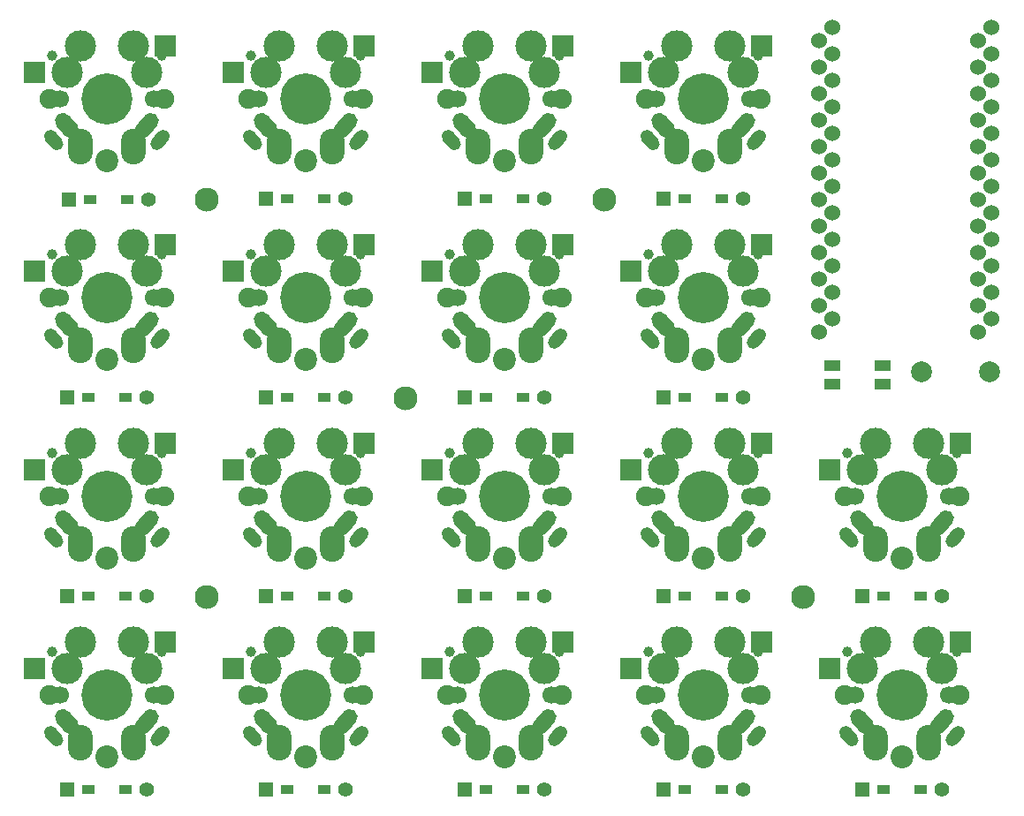
<source format=gbs>
G04 #@! TF.GenerationSoftware,KiCad,Pcbnew,(5.1.10)-1*
G04 #@! TF.CreationDate,2021-07-22T10:00:34+09:00*
G04 #@! TF.ProjectId,cc_proto_rev3,63635f70-726f-4746-9f5f-726576332e6b,3*
G04 #@! TF.SameCoordinates,Original*
G04 #@! TF.FileFunction,Soldermask,Bot*
G04 #@! TF.FilePolarity,Negative*
%FSLAX46Y46*%
G04 Gerber Fmt 4.6, Leading zero omitted, Abs format (unit mm)*
G04 Created by KiCad (PCBNEW (5.1.10)-1) date 2021-07-22 10:00:34*
%MOMM*%
%LPD*%
G01*
G04 APERTURE LIST*
%ADD10C,2.300000*%
%ADD11C,1.524000*%
%ADD12C,2.200000*%
%ADD13C,2.400000*%
%ADD14C,1.000000*%
%ADD15C,1.700000*%
%ADD16C,3.000000*%
%ADD17R,2.000000X2.000000*%
%ADD18C,4.900000*%
%ADD19C,1.900000*%
%ADD20R,1.600000X1.000000*%
%ADD21C,1.397000*%
%ADD22R,1.397000X1.397000*%
%ADD23R,1.300000X0.950000*%
%ADD24C,2.000000*%
G04 APERTURE END LIST*
D10*
X134124500Y-99524600D03*
X172224500Y-118574600D03*
X115074500Y-118574600D03*
X153174500Y-80474600D03*
X115074500Y-80474600D03*
D11*
X188950500Y-65292600D03*
X188950500Y-67832600D03*
X188950500Y-70372600D03*
X188950500Y-72912600D03*
X188950500Y-75452600D03*
X188950500Y-77992600D03*
X188950500Y-80532600D03*
X188950500Y-83072600D03*
X188950500Y-85612600D03*
X188950500Y-88152600D03*
X188950500Y-90692600D03*
X188950500Y-93232600D03*
X173710500Y-93232600D03*
X173710500Y-90692600D03*
X173710500Y-88152600D03*
X173710500Y-85612600D03*
X173710500Y-83072600D03*
X173710500Y-80532600D03*
X173710500Y-77992600D03*
X173710500Y-75452600D03*
X173710500Y-72912600D03*
X173710500Y-70372600D03*
X173710500Y-67832600D03*
X173710500Y-65292600D03*
X190256900Y-64022600D03*
X190256900Y-66562600D03*
X190256900Y-69102600D03*
X190256900Y-71642600D03*
X190256900Y-74182600D03*
X190256900Y-76722600D03*
X190256900Y-79262600D03*
X190256900Y-81802600D03*
X190256900Y-84342600D03*
X190256900Y-86882600D03*
X190256900Y-89422600D03*
X190256900Y-91962600D03*
X175036900Y-91962600D03*
X175036900Y-89422600D03*
X175036900Y-86882600D03*
X175036900Y-84342600D03*
X175036900Y-81802600D03*
X175036900Y-79262600D03*
X175036900Y-76722600D03*
X175036900Y-74182600D03*
X175036900Y-71642600D03*
X175036900Y-69102600D03*
X175036900Y-66562600D03*
X175036900Y-64022600D03*
D12*
X124550500Y-95850600D03*
D13*
X122010500Y-93950600D03*
X122010500Y-94450600D03*
X127090500Y-94450600D03*
X127090500Y-95030600D03*
D14*
X119330500Y-85750600D03*
G36*
G01*
X130357566Y-93007951D02*
X130357566Y-93007951D01*
G75*
G02*
X130434602Y-93888471I-401742J-478778D01*
G01*
X129823954Y-94616213D01*
G75*
G02*
X128943434Y-94693249I-478778J401742D01*
G01*
X128943434Y-94693249D01*
G75*
G02*
X128866398Y-93812729I401742J478778D01*
G01*
X129477046Y-93084987D01*
G75*
G02*
X130357566Y-93007951I478778J-401742D01*
G01*
G37*
G36*
G01*
X120157566Y-94693249D02*
X120157566Y-94693249D01*
G75*
G02*
X119277046Y-94616213I-401742J478778D01*
G01*
X118666398Y-93888471D01*
G75*
G02*
X118743434Y-93007951I478778J401742D01*
G01*
X118743434Y-93007951D01*
G75*
G02*
X119623954Y-93084987I401742J-478778D01*
G01*
X120234602Y-93812729D01*
G75*
G02*
X120157566Y-94693249I-478778J-401742D01*
G01*
G37*
G36*
G01*
X129260402Y-91418138D02*
X129260402Y-91418138D01*
G75*
G02*
X129355926Y-92509982I-498160J-593684D01*
G01*
X128552442Y-93467538D01*
G75*
G02*
X127460598Y-93563062I-593684J498160D01*
G01*
X127460598Y-93563062D01*
G75*
G02*
X127365074Y-92471218I498160J593684D01*
G01*
X128168558Y-91513662D01*
G75*
G02*
X129260402Y-91418138I593684J-498160D01*
G01*
G37*
D13*
X127090500Y-93950600D03*
G36*
G01*
X121640402Y-93563062D02*
X121640402Y-93563062D01*
G75*
G02*
X120548558Y-93467538I-498160J593684D01*
G01*
X119745074Y-92509982D01*
G75*
G02*
X119840598Y-91418138I593684J498160D01*
G01*
X119840598Y-91418138D01*
G75*
G02*
X120932442Y-91513662I498160J-593684D01*
G01*
X121735926Y-92471218D01*
G75*
G02*
X121640402Y-93563062I-593684J-498160D01*
G01*
G37*
D14*
X129770500Y-85750600D03*
D13*
X122010500Y-95030600D03*
D15*
X129050500Y-89950600D03*
X120050500Y-89950600D03*
D16*
X128360500Y-87410600D03*
X122010500Y-84870600D03*
D17*
X117650500Y-87410600D03*
D16*
X127090500Y-84870600D03*
D18*
X124550500Y-89950600D03*
D19*
X119050500Y-89950600D03*
X130050500Y-89950600D03*
D15*
X129630500Y-89950600D03*
X119470500Y-89950600D03*
D16*
X120740500Y-87410600D03*
D17*
X130150500Y-84870600D03*
D12*
X162650500Y-76800600D03*
D13*
X160110500Y-74900600D03*
X160110500Y-75400600D03*
X165190500Y-75400600D03*
X165190500Y-75980600D03*
D14*
X157430500Y-66700600D03*
G36*
G01*
X168457566Y-73957951D02*
X168457566Y-73957951D01*
G75*
G02*
X168534602Y-74838471I-401742J-478778D01*
G01*
X167923954Y-75566213D01*
G75*
G02*
X167043434Y-75643249I-478778J401742D01*
G01*
X167043434Y-75643249D01*
G75*
G02*
X166966398Y-74762729I401742J478778D01*
G01*
X167577046Y-74034987D01*
G75*
G02*
X168457566Y-73957951I478778J-401742D01*
G01*
G37*
G36*
G01*
X158257566Y-75643249D02*
X158257566Y-75643249D01*
G75*
G02*
X157377046Y-75566213I-401742J478778D01*
G01*
X156766398Y-74838471D01*
G75*
G02*
X156843434Y-73957951I478778J401742D01*
G01*
X156843434Y-73957951D01*
G75*
G02*
X157723954Y-74034987I401742J-478778D01*
G01*
X158334602Y-74762729D01*
G75*
G02*
X158257566Y-75643249I-478778J-401742D01*
G01*
G37*
G36*
G01*
X167360402Y-72368138D02*
X167360402Y-72368138D01*
G75*
G02*
X167455926Y-73459982I-498160J-593684D01*
G01*
X166652442Y-74417538D01*
G75*
G02*
X165560598Y-74513062I-593684J498160D01*
G01*
X165560598Y-74513062D01*
G75*
G02*
X165465074Y-73421218I498160J593684D01*
G01*
X166268558Y-72463662D01*
G75*
G02*
X167360402Y-72368138I593684J-498160D01*
G01*
G37*
D13*
X165190500Y-74900600D03*
G36*
G01*
X159740402Y-74513062D02*
X159740402Y-74513062D01*
G75*
G02*
X158648558Y-74417538I-498160J593684D01*
G01*
X157845074Y-73459982D01*
G75*
G02*
X157940598Y-72368138I593684J498160D01*
G01*
X157940598Y-72368138D01*
G75*
G02*
X159032442Y-72463662I498160J-593684D01*
G01*
X159835926Y-73421218D01*
G75*
G02*
X159740402Y-74513062I-593684J-498160D01*
G01*
G37*
D14*
X167870500Y-66700600D03*
D13*
X160110500Y-75980600D03*
D15*
X167150500Y-70900600D03*
X158150500Y-70900600D03*
D16*
X166460500Y-68360600D03*
X160110500Y-65820600D03*
D17*
X155750500Y-68360600D03*
D16*
X165190500Y-65820600D03*
D18*
X162650500Y-70900600D03*
D19*
X157150500Y-70900600D03*
X168150500Y-70900600D03*
D15*
X167730500Y-70900600D03*
X157570500Y-70900600D03*
D16*
X158840500Y-68360600D03*
D17*
X168250500Y-65820600D03*
D12*
X105500500Y-76800600D03*
D13*
X102960500Y-74900600D03*
X102960500Y-75400600D03*
X108040500Y-75400600D03*
X108040500Y-75980600D03*
D14*
X100280500Y-66700600D03*
G36*
G01*
X111307566Y-73957951D02*
X111307566Y-73957951D01*
G75*
G02*
X111384602Y-74838471I-401742J-478778D01*
G01*
X110773954Y-75566213D01*
G75*
G02*
X109893434Y-75643249I-478778J401742D01*
G01*
X109893434Y-75643249D01*
G75*
G02*
X109816398Y-74762729I401742J478778D01*
G01*
X110427046Y-74034987D01*
G75*
G02*
X111307566Y-73957951I478778J-401742D01*
G01*
G37*
G36*
G01*
X101107566Y-75643249D02*
X101107566Y-75643249D01*
G75*
G02*
X100227046Y-75566213I-401742J478778D01*
G01*
X99616398Y-74838471D01*
G75*
G02*
X99693434Y-73957951I478778J401742D01*
G01*
X99693434Y-73957951D01*
G75*
G02*
X100573954Y-74034987I401742J-478778D01*
G01*
X101184602Y-74762729D01*
G75*
G02*
X101107566Y-75643249I-478778J-401742D01*
G01*
G37*
G36*
G01*
X110210402Y-72368138D02*
X110210402Y-72368138D01*
G75*
G02*
X110305926Y-73459982I-498160J-593684D01*
G01*
X109502442Y-74417538D01*
G75*
G02*
X108410598Y-74513062I-593684J498160D01*
G01*
X108410598Y-74513062D01*
G75*
G02*
X108315074Y-73421218I498160J593684D01*
G01*
X109118558Y-72463662D01*
G75*
G02*
X110210402Y-72368138I593684J-498160D01*
G01*
G37*
D13*
X108040500Y-74900600D03*
G36*
G01*
X102590402Y-74513062D02*
X102590402Y-74513062D01*
G75*
G02*
X101498558Y-74417538I-498160J593684D01*
G01*
X100695074Y-73459982D01*
G75*
G02*
X100790598Y-72368138I593684J498160D01*
G01*
X100790598Y-72368138D01*
G75*
G02*
X101882442Y-72463662I498160J-593684D01*
G01*
X102685926Y-73421218D01*
G75*
G02*
X102590402Y-74513062I-593684J-498160D01*
G01*
G37*
D14*
X110720500Y-66700600D03*
D13*
X102960500Y-75980600D03*
D15*
X110000500Y-70900600D03*
X101000500Y-70900600D03*
D16*
X109310500Y-68360600D03*
X102960500Y-65820600D03*
D17*
X98600500Y-68360600D03*
D16*
X108040500Y-65820600D03*
D18*
X105500500Y-70900600D03*
D19*
X100000500Y-70900600D03*
X111000500Y-70900600D03*
D15*
X110580500Y-70900600D03*
X100420500Y-70900600D03*
D16*
X101690500Y-68360600D03*
D17*
X111100500Y-65820600D03*
D12*
X181700500Y-133950600D03*
D13*
X179160500Y-132050600D03*
X179160500Y-132550600D03*
X184240500Y-132550600D03*
X184240500Y-133130600D03*
D14*
X176480500Y-123850600D03*
G36*
G01*
X187507566Y-131107951D02*
X187507566Y-131107951D01*
G75*
G02*
X187584602Y-131988471I-401742J-478778D01*
G01*
X186973954Y-132716213D01*
G75*
G02*
X186093434Y-132793249I-478778J401742D01*
G01*
X186093434Y-132793249D01*
G75*
G02*
X186016398Y-131912729I401742J478778D01*
G01*
X186627046Y-131184987D01*
G75*
G02*
X187507566Y-131107951I478778J-401742D01*
G01*
G37*
G36*
G01*
X177307566Y-132793249D02*
X177307566Y-132793249D01*
G75*
G02*
X176427046Y-132716213I-401742J478778D01*
G01*
X175816398Y-131988471D01*
G75*
G02*
X175893434Y-131107951I478778J401742D01*
G01*
X175893434Y-131107951D01*
G75*
G02*
X176773954Y-131184987I401742J-478778D01*
G01*
X177384602Y-131912729D01*
G75*
G02*
X177307566Y-132793249I-478778J-401742D01*
G01*
G37*
G36*
G01*
X186410402Y-129518138D02*
X186410402Y-129518138D01*
G75*
G02*
X186505926Y-130609982I-498160J-593684D01*
G01*
X185702442Y-131567538D01*
G75*
G02*
X184610598Y-131663062I-593684J498160D01*
G01*
X184610598Y-131663062D01*
G75*
G02*
X184515074Y-130571218I498160J593684D01*
G01*
X185318558Y-129613662D01*
G75*
G02*
X186410402Y-129518138I593684J-498160D01*
G01*
G37*
D13*
X184240500Y-132050600D03*
G36*
G01*
X178790402Y-131663062D02*
X178790402Y-131663062D01*
G75*
G02*
X177698558Y-131567538I-498160J593684D01*
G01*
X176895074Y-130609982D01*
G75*
G02*
X176990598Y-129518138I593684J498160D01*
G01*
X176990598Y-129518138D01*
G75*
G02*
X178082442Y-129613662I498160J-593684D01*
G01*
X178885926Y-130571218D01*
G75*
G02*
X178790402Y-131663062I-593684J-498160D01*
G01*
G37*
D14*
X186920500Y-123850600D03*
D13*
X179160500Y-133130600D03*
D15*
X186200500Y-128050600D03*
X177200500Y-128050600D03*
D16*
X185510500Y-125510600D03*
X179160500Y-122970600D03*
D17*
X174800500Y-125510600D03*
D16*
X184240500Y-122970600D03*
D18*
X181700500Y-128050600D03*
D19*
X176200500Y-128050600D03*
X187200500Y-128050600D03*
D15*
X186780500Y-128050600D03*
X176620500Y-128050600D03*
D16*
X177890500Y-125510600D03*
D17*
X187300500Y-122970600D03*
D12*
X181700500Y-114900600D03*
D13*
X179160500Y-113000600D03*
X179160500Y-113500600D03*
X184240500Y-113500600D03*
X184240500Y-114080600D03*
D14*
X176480500Y-104800600D03*
G36*
G01*
X187507566Y-112057951D02*
X187507566Y-112057951D01*
G75*
G02*
X187584602Y-112938471I-401742J-478778D01*
G01*
X186973954Y-113666213D01*
G75*
G02*
X186093434Y-113743249I-478778J401742D01*
G01*
X186093434Y-113743249D01*
G75*
G02*
X186016398Y-112862729I401742J478778D01*
G01*
X186627046Y-112134987D01*
G75*
G02*
X187507566Y-112057951I478778J-401742D01*
G01*
G37*
G36*
G01*
X177307566Y-113743249D02*
X177307566Y-113743249D01*
G75*
G02*
X176427046Y-113666213I-401742J478778D01*
G01*
X175816398Y-112938471D01*
G75*
G02*
X175893434Y-112057951I478778J401742D01*
G01*
X175893434Y-112057951D01*
G75*
G02*
X176773954Y-112134987I401742J-478778D01*
G01*
X177384602Y-112862729D01*
G75*
G02*
X177307566Y-113743249I-478778J-401742D01*
G01*
G37*
G36*
G01*
X186410402Y-110468138D02*
X186410402Y-110468138D01*
G75*
G02*
X186505926Y-111559982I-498160J-593684D01*
G01*
X185702442Y-112517538D01*
G75*
G02*
X184610598Y-112613062I-593684J498160D01*
G01*
X184610598Y-112613062D01*
G75*
G02*
X184515074Y-111521218I498160J593684D01*
G01*
X185318558Y-110563662D01*
G75*
G02*
X186410402Y-110468138I593684J-498160D01*
G01*
G37*
D13*
X184240500Y-113000600D03*
G36*
G01*
X178790402Y-112613062D02*
X178790402Y-112613062D01*
G75*
G02*
X177698558Y-112517538I-498160J593684D01*
G01*
X176895074Y-111559982D01*
G75*
G02*
X176990598Y-110468138I593684J498160D01*
G01*
X176990598Y-110468138D01*
G75*
G02*
X178082442Y-110563662I498160J-593684D01*
G01*
X178885926Y-111521218D01*
G75*
G02*
X178790402Y-112613062I-593684J-498160D01*
G01*
G37*
D14*
X186920500Y-104800600D03*
D13*
X179160500Y-114080600D03*
D15*
X186200500Y-109000600D03*
X177200500Y-109000600D03*
D16*
X185510500Y-106460600D03*
X179160500Y-103920600D03*
D17*
X174800500Y-106460600D03*
D16*
X184240500Y-103920600D03*
D18*
X181700500Y-109000600D03*
D19*
X176200500Y-109000600D03*
X187200500Y-109000600D03*
D15*
X186780500Y-109000600D03*
X176620500Y-109000600D03*
D16*
X177890500Y-106460600D03*
D17*
X187300500Y-103920600D03*
D12*
X162650500Y-133950600D03*
D13*
X160110500Y-132050600D03*
X160110500Y-132550600D03*
X165190500Y-132550600D03*
X165190500Y-133130600D03*
D14*
X157430500Y-123850600D03*
G36*
G01*
X168457566Y-131107951D02*
X168457566Y-131107951D01*
G75*
G02*
X168534602Y-131988471I-401742J-478778D01*
G01*
X167923954Y-132716213D01*
G75*
G02*
X167043434Y-132793249I-478778J401742D01*
G01*
X167043434Y-132793249D01*
G75*
G02*
X166966398Y-131912729I401742J478778D01*
G01*
X167577046Y-131184987D01*
G75*
G02*
X168457566Y-131107951I478778J-401742D01*
G01*
G37*
G36*
G01*
X158257566Y-132793249D02*
X158257566Y-132793249D01*
G75*
G02*
X157377046Y-132716213I-401742J478778D01*
G01*
X156766398Y-131988471D01*
G75*
G02*
X156843434Y-131107951I478778J401742D01*
G01*
X156843434Y-131107951D01*
G75*
G02*
X157723954Y-131184987I401742J-478778D01*
G01*
X158334602Y-131912729D01*
G75*
G02*
X158257566Y-132793249I-478778J-401742D01*
G01*
G37*
G36*
G01*
X167360402Y-129518138D02*
X167360402Y-129518138D01*
G75*
G02*
X167455926Y-130609982I-498160J-593684D01*
G01*
X166652442Y-131567538D01*
G75*
G02*
X165560598Y-131663062I-593684J498160D01*
G01*
X165560598Y-131663062D01*
G75*
G02*
X165465074Y-130571218I498160J593684D01*
G01*
X166268558Y-129613662D01*
G75*
G02*
X167360402Y-129518138I593684J-498160D01*
G01*
G37*
D13*
X165190500Y-132050600D03*
G36*
G01*
X159740402Y-131663062D02*
X159740402Y-131663062D01*
G75*
G02*
X158648558Y-131567538I-498160J593684D01*
G01*
X157845074Y-130609982D01*
G75*
G02*
X157940598Y-129518138I593684J498160D01*
G01*
X157940598Y-129518138D01*
G75*
G02*
X159032442Y-129613662I498160J-593684D01*
G01*
X159835926Y-130571218D01*
G75*
G02*
X159740402Y-131663062I-593684J-498160D01*
G01*
G37*
D14*
X167870500Y-123850600D03*
D13*
X160110500Y-133130600D03*
D15*
X167150500Y-128050600D03*
X158150500Y-128050600D03*
D16*
X166460500Y-125510600D03*
X160110500Y-122970600D03*
D17*
X155750500Y-125510600D03*
D16*
X165190500Y-122970600D03*
D18*
X162650500Y-128050600D03*
D19*
X157150500Y-128050600D03*
X168150500Y-128050600D03*
D15*
X167730500Y-128050600D03*
X157570500Y-128050600D03*
D16*
X158840500Y-125510600D03*
D17*
X168250500Y-122970600D03*
D12*
X162650500Y-114900600D03*
D13*
X160110500Y-113000600D03*
X160110500Y-113500600D03*
X165190500Y-113500600D03*
X165190500Y-114080600D03*
D14*
X157430500Y-104800600D03*
G36*
G01*
X168457566Y-112057951D02*
X168457566Y-112057951D01*
G75*
G02*
X168534602Y-112938471I-401742J-478778D01*
G01*
X167923954Y-113666213D01*
G75*
G02*
X167043434Y-113743249I-478778J401742D01*
G01*
X167043434Y-113743249D01*
G75*
G02*
X166966398Y-112862729I401742J478778D01*
G01*
X167577046Y-112134987D01*
G75*
G02*
X168457566Y-112057951I478778J-401742D01*
G01*
G37*
G36*
G01*
X158257566Y-113743249D02*
X158257566Y-113743249D01*
G75*
G02*
X157377046Y-113666213I-401742J478778D01*
G01*
X156766398Y-112938471D01*
G75*
G02*
X156843434Y-112057951I478778J401742D01*
G01*
X156843434Y-112057951D01*
G75*
G02*
X157723954Y-112134987I401742J-478778D01*
G01*
X158334602Y-112862729D01*
G75*
G02*
X158257566Y-113743249I-478778J-401742D01*
G01*
G37*
G36*
G01*
X167360402Y-110468138D02*
X167360402Y-110468138D01*
G75*
G02*
X167455926Y-111559982I-498160J-593684D01*
G01*
X166652442Y-112517538D01*
G75*
G02*
X165560598Y-112613062I-593684J498160D01*
G01*
X165560598Y-112613062D01*
G75*
G02*
X165465074Y-111521218I498160J593684D01*
G01*
X166268558Y-110563662D01*
G75*
G02*
X167360402Y-110468138I593684J-498160D01*
G01*
G37*
D13*
X165190500Y-113000600D03*
G36*
G01*
X159740402Y-112613062D02*
X159740402Y-112613062D01*
G75*
G02*
X158648558Y-112517538I-498160J593684D01*
G01*
X157845074Y-111559982D01*
G75*
G02*
X157940598Y-110468138I593684J498160D01*
G01*
X157940598Y-110468138D01*
G75*
G02*
X159032442Y-110563662I498160J-593684D01*
G01*
X159835926Y-111521218D01*
G75*
G02*
X159740402Y-112613062I-593684J-498160D01*
G01*
G37*
D14*
X167870500Y-104800600D03*
D13*
X160110500Y-114080600D03*
D15*
X167150500Y-109000600D03*
X158150500Y-109000600D03*
D16*
X166460500Y-106460600D03*
X160110500Y-103920600D03*
D17*
X155750500Y-106460600D03*
D16*
X165190500Y-103920600D03*
D18*
X162650500Y-109000600D03*
D19*
X157150500Y-109000600D03*
X168150500Y-109000600D03*
D15*
X167730500Y-109000600D03*
X157570500Y-109000600D03*
D16*
X158840500Y-106460600D03*
D17*
X168250500Y-103920600D03*
D12*
X162650500Y-95850600D03*
D13*
X160110500Y-93950600D03*
X160110500Y-94450600D03*
X165190500Y-94450600D03*
X165190500Y-95030600D03*
D14*
X157430500Y-85750600D03*
G36*
G01*
X168457566Y-93007951D02*
X168457566Y-93007951D01*
G75*
G02*
X168534602Y-93888471I-401742J-478778D01*
G01*
X167923954Y-94616213D01*
G75*
G02*
X167043434Y-94693249I-478778J401742D01*
G01*
X167043434Y-94693249D01*
G75*
G02*
X166966398Y-93812729I401742J478778D01*
G01*
X167577046Y-93084987D01*
G75*
G02*
X168457566Y-93007951I478778J-401742D01*
G01*
G37*
G36*
G01*
X158257566Y-94693249D02*
X158257566Y-94693249D01*
G75*
G02*
X157377046Y-94616213I-401742J478778D01*
G01*
X156766398Y-93888471D01*
G75*
G02*
X156843434Y-93007951I478778J401742D01*
G01*
X156843434Y-93007951D01*
G75*
G02*
X157723954Y-93084987I401742J-478778D01*
G01*
X158334602Y-93812729D01*
G75*
G02*
X158257566Y-94693249I-478778J-401742D01*
G01*
G37*
G36*
G01*
X167360402Y-91418138D02*
X167360402Y-91418138D01*
G75*
G02*
X167455926Y-92509982I-498160J-593684D01*
G01*
X166652442Y-93467538D01*
G75*
G02*
X165560598Y-93563062I-593684J498160D01*
G01*
X165560598Y-93563062D01*
G75*
G02*
X165465074Y-92471218I498160J593684D01*
G01*
X166268558Y-91513662D01*
G75*
G02*
X167360402Y-91418138I593684J-498160D01*
G01*
G37*
D13*
X165190500Y-93950600D03*
G36*
G01*
X159740402Y-93563062D02*
X159740402Y-93563062D01*
G75*
G02*
X158648558Y-93467538I-498160J593684D01*
G01*
X157845074Y-92509982D01*
G75*
G02*
X157940598Y-91418138I593684J498160D01*
G01*
X157940598Y-91418138D01*
G75*
G02*
X159032442Y-91513662I498160J-593684D01*
G01*
X159835926Y-92471218D01*
G75*
G02*
X159740402Y-93563062I-593684J-498160D01*
G01*
G37*
D14*
X167870500Y-85750600D03*
D13*
X160110500Y-95030600D03*
D15*
X167150500Y-89950600D03*
X158150500Y-89950600D03*
D16*
X166460500Y-87410600D03*
X160110500Y-84870600D03*
D17*
X155750500Y-87410600D03*
D16*
X165190500Y-84870600D03*
D18*
X162650500Y-89950600D03*
D19*
X157150500Y-89950600D03*
X168150500Y-89950600D03*
D15*
X167730500Y-89950600D03*
X157570500Y-89950600D03*
D16*
X158840500Y-87410600D03*
D17*
X168250500Y-84870600D03*
D12*
X143600500Y-133950600D03*
D13*
X141060500Y-132050600D03*
X141060500Y-132550600D03*
X146140500Y-132550600D03*
X146140500Y-133130600D03*
D14*
X138380500Y-123850600D03*
G36*
G01*
X149407566Y-131107951D02*
X149407566Y-131107951D01*
G75*
G02*
X149484602Y-131988471I-401742J-478778D01*
G01*
X148873954Y-132716213D01*
G75*
G02*
X147993434Y-132793249I-478778J401742D01*
G01*
X147993434Y-132793249D01*
G75*
G02*
X147916398Y-131912729I401742J478778D01*
G01*
X148527046Y-131184987D01*
G75*
G02*
X149407566Y-131107951I478778J-401742D01*
G01*
G37*
G36*
G01*
X139207566Y-132793249D02*
X139207566Y-132793249D01*
G75*
G02*
X138327046Y-132716213I-401742J478778D01*
G01*
X137716398Y-131988471D01*
G75*
G02*
X137793434Y-131107951I478778J401742D01*
G01*
X137793434Y-131107951D01*
G75*
G02*
X138673954Y-131184987I401742J-478778D01*
G01*
X139284602Y-131912729D01*
G75*
G02*
X139207566Y-132793249I-478778J-401742D01*
G01*
G37*
G36*
G01*
X148310402Y-129518138D02*
X148310402Y-129518138D01*
G75*
G02*
X148405926Y-130609982I-498160J-593684D01*
G01*
X147602442Y-131567538D01*
G75*
G02*
X146510598Y-131663062I-593684J498160D01*
G01*
X146510598Y-131663062D01*
G75*
G02*
X146415074Y-130571218I498160J593684D01*
G01*
X147218558Y-129613662D01*
G75*
G02*
X148310402Y-129518138I593684J-498160D01*
G01*
G37*
D13*
X146140500Y-132050600D03*
G36*
G01*
X140690402Y-131663062D02*
X140690402Y-131663062D01*
G75*
G02*
X139598558Y-131567538I-498160J593684D01*
G01*
X138795074Y-130609982D01*
G75*
G02*
X138890598Y-129518138I593684J498160D01*
G01*
X138890598Y-129518138D01*
G75*
G02*
X139982442Y-129613662I498160J-593684D01*
G01*
X140785926Y-130571218D01*
G75*
G02*
X140690402Y-131663062I-593684J-498160D01*
G01*
G37*
D14*
X148820500Y-123850600D03*
D13*
X141060500Y-133130600D03*
D15*
X148100500Y-128050600D03*
X139100500Y-128050600D03*
D16*
X147410500Y-125510600D03*
X141060500Y-122970600D03*
D17*
X136700500Y-125510600D03*
D16*
X146140500Y-122970600D03*
D18*
X143600500Y-128050600D03*
D19*
X138100500Y-128050600D03*
X149100500Y-128050600D03*
D15*
X148680500Y-128050600D03*
X138520500Y-128050600D03*
D16*
X139790500Y-125510600D03*
D17*
X149200500Y-122970600D03*
D12*
X143600500Y-114900600D03*
D13*
X141060500Y-113000600D03*
X141060500Y-113500600D03*
X146140500Y-113500600D03*
X146140500Y-114080600D03*
D14*
X138380500Y-104800600D03*
G36*
G01*
X149407566Y-112057951D02*
X149407566Y-112057951D01*
G75*
G02*
X149484602Y-112938471I-401742J-478778D01*
G01*
X148873954Y-113666213D01*
G75*
G02*
X147993434Y-113743249I-478778J401742D01*
G01*
X147993434Y-113743249D01*
G75*
G02*
X147916398Y-112862729I401742J478778D01*
G01*
X148527046Y-112134987D01*
G75*
G02*
X149407566Y-112057951I478778J-401742D01*
G01*
G37*
G36*
G01*
X139207566Y-113743249D02*
X139207566Y-113743249D01*
G75*
G02*
X138327046Y-113666213I-401742J478778D01*
G01*
X137716398Y-112938471D01*
G75*
G02*
X137793434Y-112057951I478778J401742D01*
G01*
X137793434Y-112057951D01*
G75*
G02*
X138673954Y-112134987I401742J-478778D01*
G01*
X139284602Y-112862729D01*
G75*
G02*
X139207566Y-113743249I-478778J-401742D01*
G01*
G37*
G36*
G01*
X148310402Y-110468138D02*
X148310402Y-110468138D01*
G75*
G02*
X148405926Y-111559982I-498160J-593684D01*
G01*
X147602442Y-112517538D01*
G75*
G02*
X146510598Y-112613062I-593684J498160D01*
G01*
X146510598Y-112613062D01*
G75*
G02*
X146415074Y-111521218I498160J593684D01*
G01*
X147218558Y-110563662D01*
G75*
G02*
X148310402Y-110468138I593684J-498160D01*
G01*
G37*
D13*
X146140500Y-113000600D03*
G36*
G01*
X140690402Y-112613062D02*
X140690402Y-112613062D01*
G75*
G02*
X139598558Y-112517538I-498160J593684D01*
G01*
X138795074Y-111559982D01*
G75*
G02*
X138890598Y-110468138I593684J498160D01*
G01*
X138890598Y-110468138D01*
G75*
G02*
X139982442Y-110563662I498160J-593684D01*
G01*
X140785926Y-111521218D01*
G75*
G02*
X140690402Y-112613062I-593684J-498160D01*
G01*
G37*
D14*
X148820500Y-104800600D03*
D13*
X141060500Y-114080600D03*
D15*
X148100500Y-109000600D03*
X139100500Y-109000600D03*
D16*
X147410500Y-106460600D03*
X141060500Y-103920600D03*
D17*
X136700500Y-106460600D03*
D16*
X146140500Y-103920600D03*
D18*
X143600500Y-109000600D03*
D19*
X138100500Y-109000600D03*
X149100500Y-109000600D03*
D15*
X148680500Y-109000600D03*
X138520500Y-109000600D03*
D16*
X139790500Y-106460600D03*
D17*
X149200500Y-103920600D03*
D12*
X143600500Y-95850600D03*
D13*
X141060500Y-93950600D03*
X141060500Y-94450600D03*
X146140500Y-94450600D03*
X146140500Y-95030600D03*
D14*
X138380500Y-85750600D03*
G36*
G01*
X149407566Y-93007951D02*
X149407566Y-93007951D01*
G75*
G02*
X149484602Y-93888471I-401742J-478778D01*
G01*
X148873954Y-94616213D01*
G75*
G02*
X147993434Y-94693249I-478778J401742D01*
G01*
X147993434Y-94693249D01*
G75*
G02*
X147916398Y-93812729I401742J478778D01*
G01*
X148527046Y-93084987D01*
G75*
G02*
X149407566Y-93007951I478778J-401742D01*
G01*
G37*
G36*
G01*
X139207566Y-94693249D02*
X139207566Y-94693249D01*
G75*
G02*
X138327046Y-94616213I-401742J478778D01*
G01*
X137716398Y-93888471D01*
G75*
G02*
X137793434Y-93007951I478778J401742D01*
G01*
X137793434Y-93007951D01*
G75*
G02*
X138673954Y-93084987I401742J-478778D01*
G01*
X139284602Y-93812729D01*
G75*
G02*
X139207566Y-94693249I-478778J-401742D01*
G01*
G37*
G36*
G01*
X148310402Y-91418138D02*
X148310402Y-91418138D01*
G75*
G02*
X148405926Y-92509982I-498160J-593684D01*
G01*
X147602442Y-93467538D01*
G75*
G02*
X146510598Y-93563062I-593684J498160D01*
G01*
X146510598Y-93563062D01*
G75*
G02*
X146415074Y-92471218I498160J593684D01*
G01*
X147218558Y-91513662D01*
G75*
G02*
X148310402Y-91418138I593684J-498160D01*
G01*
G37*
D13*
X146140500Y-93950600D03*
G36*
G01*
X140690402Y-93563062D02*
X140690402Y-93563062D01*
G75*
G02*
X139598558Y-93467538I-498160J593684D01*
G01*
X138795074Y-92509982D01*
G75*
G02*
X138890598Y-91418138I593684J498160D01*
G01*
X138890598Y-91418138D01*
G75*
G02*
X139982442Y-91513662I498160J-593684D01*
G01*
X140785926Y-92471218D01*
G75*
G02*
X140690402Y-93563062I-593684J-498160D01*
G01*
G37*
D14*
X148820500Y-85750600D03*
D13*
X141060500Y-95030600D03*
D15*
X148100500Y-89950600D03*
X139100500Y-89950600D03*
D16*
X147410500Y-87410600D03*
X141060500Y-84870600D03*
D17*
X136700500Y-87410600D03*
D16*
X146140500Y-84870600D03*
D18*
X143600500Y-89950600D03*
D19*
X138100500Y-89950600D03*
X149100500Y-89950600D03*
D15*
X148680500Y-89950600D03*
X138520500Y-89950600D03*
D16*
X139790500Y-87410600D03*
D17*
X149200500Y-84870600D03*
D12*
X143600500Y-76800600D03*
D13*
X141060500Y-74900600D03*
X141060500Y-75400600D03*
X146140500Y-75400600D03*
X146140500Y-75980600D03*
D14*
X138380500Y-66700600D03*
G36*
G01*
X149407566Y-73957951D02*
X149407566Y-73957951D01*
G75*
G02*
X149484602Y-74838471I-401742J-478778D01*
G01*
X148873954Y-75566213D01*
G75*
G02*
X147993434Y-75643249I-478778J401742D01*
G01*
X147993434Y-75643249D01*
G75*
G02*
X147916398Y-74762729I401742J478778D01*
G01*
X148527046Y-74034987D01*
G75*
G02*
X149407566Y-73957951I478778J-401742D01*
G01*
G37*
G36*
G01*
X139207566Y-75643249D02*
X139207566Y-75643249D01*
G75*
G02*
X138327046Y-75566213I-401742J478778D01*
G01*
X137716398Y-74838471D01*
G75*
G02*
X137793434Y-73957951I478778J401742D01*
G01*
X137793434Y-73957951D01*
G75*
G02*
X138673954Y-74034987I401742J-478778D01*
G01*
X139284602Y-74762729D01*
G75*
G02*
X139207566Y-75643249I-478778J-401742D01*
G01*
G37*
G36*
G01*
X148310402Y-72368138D02*
X148310402Y-72368138D01*
G75*
G02*
X148405926Y-73459982I-498160J-593684D01*
G01*
X147602442Y-74417538D01*
G75*
G02*
X146510598Y-74513062I-593684J498160D01*
G01*
X146510598Y-74513062D01*
G75*
G02*
X146415074Y-73421218I498160J593684D01*
G01*
X147218558Y-72463662D01*
G75*
G02*
X148310402Y-72368138I593684J-498160D01*
G01*
G37*
D13*
X146140500Y-74900600D03*
G36*
G01*
X140690402Y-74513062D02*
X140690402Y-74513062D01*
G75*
G02*
X139598558Y-74417538I-498160J593684D01*
G01*
X138795074Y-73459982D01*
G75*
G02*
X138890598Y-72368138I593684J498160D01*
G01*
X138890598Y-72368138D01*
G75*
G02*
X139982442Y-72463662I498160J-593684D01*
G01*
X140785926Y-73421218D01*
G75*
G02*
X140690402Y-74513062I-593684J-498160D01*
G01*
G37*
D14*
X148820500Y-66700600D03*
D13*
X141060500Y-75980600D03*
D15*
X148100500Y-70900600D03*
X139100500Y-70900600D03*
D16*
X147410500Y-68360600D03*
X141060500Y-65820600D03*
D17*
X136700500Y-68360600D03*
D16*
X146140500Y-65820600D03*
D18*
X143600500Y-70900600D03*
D19*
X138100500Y-70900600D03*
X149100500Y-70900600D03*
D15*
X148680500Y-70900600D03*
X138520500Y-70900600D03*
D16*
X139790500Y-68360600D03*
D17*
X149200500Y-65820600D03*
D12*
X124550500Y-133950600D03*
D13*
X122010500Y-132050600D03*
X122010500Y-132550600D03*
X127090500Y-132550600D03*
X127090500Y-133130600D03*
D14*
X119330500Y-123850600D03*
G36*
G01*
X130357566Y-131107951D02*
X130357566Y-131107951D01*
G75*
G02*
X130434602Y-131988471I-401742J-478778D01*
G01*
X129823954Y-132716213D01*
G75*
G02*
X128943434Y-132793249I-478778J401742D01*
G01*
X128943434Y-132793249D01*
G75*
G02*
X128866398Y-131912729I401742J478778D01*
G01*
X129477046Y-131184987D01*
G75*
G02*
X130357566Y-131107951I478778J-401742D01*
G01*
G37*
G36*
G01*
X120157566Y-132793249D02*
X120157566Y-132793249D01*
G75*
G02*
X119277046Y-132716213I-401742J478778D01*
G01*
X118666398Y-131988471D01*
G75*
G02*
X118743434Y-131107951I478778J401742D01*
G01*
X118743434Y-131107951D01*
G75*
G02*
X119623954Y-131184987I401742J-478778D01*
G01*
X120234602Y-131912729D01*
G75*
G02*
X120157566Y-132793249I-478778J-401742D01*
G01*
G37*
G36*
G01*
X129260402Y-129518138D02*
X129260402Y-129518138D01*
G75*
G02*
X129355926Y-130609982I-498160J-593684D01*
G01*
X128552442Y-131567538D01*
G75*
G02*
X127460598Y-131663062I-593684J498160D01*
G01*
X127460598Y-131663062D01*
G75*
G02*
X127365074Y-130571218I498160J593684D01*
G01*
X128168558Y-129613662D01*
G75*
G02*
X129260402Y-129518138I593684J-498160D01*
G01*
G37*
D13*
X127090500Y-132050600D03*
G36*
G01*
X121640402Y-131663062D02*
X121640402Y-131663062D01*
G75*
G02*
X120548558Y-131567538I-498160J593684D01*
G01*
X119745074Y-130609982D01*
G75*
G02*
X119840598Y-129518138I593684J498160D01*
G01*
X119840598Y-129518138D01*
G75*
G02*
X120932442Y-129613662I498160J-593684D01*
G01*
X121735926Y-130571218D01*
G75*
G02*
X121640402Y-131663062I-593684J-498160D01*
G01*
G37*
D14*
X129770500Y-123850600D03*
D13*
X122010500Y-133130600D03*
D15*
X129050500Y-128050600D03*
X120050500Y-128050600D03*
D16*
X128360500Y-125510600D03*
X122010500Y-122970600D03*
D17*
X117650500Y-125510600D03*
D16*
X127090500Y-122970600D03*
D18*
X124550500Y-128050600D03*
D19*
X119050500Y-128050600D03*
X130050500Y-128050600D03*
D15*
X129630500Y-128050600D03*
X119470500Y-128050600D03*
D16*
X120740500Y-125510600D03*
D17*
X130150500Y-122970600D03*
D12*
X124550500Y-114900600D03*
D13*
X122010500Y-113000600D03*
X122010500Y-113500600D03*
X127090500Y-113500600D03*
X127090500Y-114080600D03*
D14*
X119330500Y-104800600D03*
G36*
G01*
X130357566Y-112057951D02*
X130357566Y-112057951D01*
G75*
G02*
X130434602Y-112938471I-401742J-478778D01*
G01*
X129823954Y-113666213D01*
G75*
G02*
X128943434Y-113743249I-478778J401742D01*
G01*
X128943434Y-113743249D01*
G75*
G02*
X128866398Y-112862729I401742J478778D01*
G01*
X129477046Y-112134987D01*
G75*
G02*
X130357566Y-112057951I478778J-401742D01*
G01*
G37*
G36*
G01*
X120157566Y-113743249D02*
X120157566Y-113743249D01*
G75*
G02*
X119277046Y-113666213I-401742J478778D01*
G01*
X118666398Y-112938471D01*
G75*
G02*
X118743434Y-112057951I478778J401742D01*
G01*
X118743434Y-112057951D01*
G75*
G02*
X119623954Y-112134987I401742J-478778D01*
G01*
X120234602Y-112862729D01*
G75*
G02*
X120157566Y-113743249I-478778J-401742D01*
G01*
G37*
G36*
G01*
X129260402Y-110468138D02*
X129260402Y-110468138D01*
G75*
G02*
X129355926Y-111559982I-498160J-593684D01*
G01*
X128552442Y-112517538D01*
G75*
G02*
X127460598Y-112613062I-593684J498160D01*
G01*
X127460598Y-112613062D01*
G75*
G02*
X127365074Y-111521218I498160J593684D01*
G01*
X128168558Y-110563662D01*
G75*
G02*
X129260402Y-110468138I593684J-498160D01*
G01*
G37*
D13*
X127090500Y-113000600D03*
G36*
G01*
X121640402Y-112613062D02*
X121640402Y-112613062D01*
G75*
G02*
X120548558Y-112517538I-498160J593684D01*
G01*
X119745074Y-111559982D01*
G75*
G02*
X119840598Y-110468138I593684J498160D01*
G01*
X119840598Y-110468138D01*
G75*
G02*
X120932442Y-110563662I498160J-593684D01*
G01*
X121735926Y-111521218D01*
G75*
G02*
X121640402Y-112613062I-593684J-498160D01*
G01*
G37*
D14*
X129770500Y-104800600D03*
D13*
X122010500Y-114080600D03*
D15*
X129050500Y-109000600D03*
X120050500Y-109000600D03*
D16*
X128360500Y-106460600D03*
X122010500Y-103920600D03*
D17*
X117650500Y-106460600D03*
D16*
X127090500Y-103920600D03*
D18*
X124550500Y-109000600D03*
D19*
X119050500Y-109000600D03*
X130050500Y-109000600D03*
D15*
X129630500Y-109000600D03*
X119470500Y-109000600D03*
D16*
X120740500Y-106460600D03*
D17*
X130150500Y-103920600D03*
D12*
X124550500Y-76800600D03*
D13*
X122010500Y-74900600D03*
X122010500Y-75400600D03*
X127090500Y-75400600D03*
X127090500Y-75980600D03*
D14*
X119330500Y-66700600D03*
G36*
G01*
X130357566Y-73957951D02*
X130357566Y-73957951D01*
G75*
G02*
X130434602Y-74838471I-401742J-478778D01*
G01*
X129823954Y-75566213D01*
G75*
G02*
X128943434Y-75643249I-478778J401742D01*
G01*
X128943434Y-75643249D01*
G75*
G02*
X128866398Y-74762729I401742J478778D01*
G01*
X129477046Y-74034987D01*
G75*
G02*
X130357566Y-73957951I478778J-401742D01*
G01*
G37*
G36*
G01*
X120157566Y-75643249D02*
X120157566Y-75643249D01*
G75*
G02*
X119277046Y-75566213I-401742J478778D01*
G01*
X118666398Y-74838471D01*
G75*
G02*
X118743434Y-73957951I478778J401742D01*
G01*
X118743434Y-73957951D01*
G75*
G02*
X119623954Y-74034987I401742J-478778D01*
G01*
X120234602Y-74762729D01*
G75*
G02*
X120157566Y-75643249I-478778J-401742D01*
G01*
G37*
G36*
G01*
X129260402Y-72368138D02*
X129260402Y-72368138D01*
G75*
G02*
X129355926Y-73459982I-498160J-593684D01*
G01*
X128552442Y-74417538D01*
G75*
G02*
X127460598Y-74513062I-593684J498160D01*
G01*
X127460598Y-74513062D01*
G75*
G02*
X127365074Y-73421218I498160J593684D01*
G01*
X128168558Y-72463662D01*
G75*
G02*
X129260402Y-72368138I593684J-498160D01*
G01*
G37*
D13*
X127090500Y-74900600D03*
G36*
G01*
X121640402Y-74513062D02*
X121640402Y-74513062D01*
G75*
G02*
X120548558Y-74417538I-498160J593684D01*
G01*
X119745074Y-73459982D01*
G75*
G02*
X119840598Y-72368138I593684J498160D01*
G01*
X119840598Y-72368138D01*
G75*
G02*
X120932442Y-72463662I498160J-593684D01*
G01*
X121735926Y-73421218D01*
G75*
G02*
X121640402Y-74513062I-593684J-498160D01*
G01*
G37*
D14*
X129770500Y-66700600D03*
D13*
X122010500Y-75980600D03*
D15*
X129050500Y-70900600D03*
X120050500Y-70900600D03*
D16*
X128360500Y-68360600D03*
X122010500Y-65820600D03*
D17*
X117650500Y-68360600D03*
D16*
X127090500Y-65820600D03*
D18*
X124550500Y-70900600D03*
D19*
X119050500Y-70900600D03*
X130050500Y-70900600D03*
D15*
X129630500Y-70900600D03*
X119470500Y-70900600D03*
D16*
X120740500Y-68360600D03*
D17*
X130150500Y-65820600D03*
D12*
X105500500Y-133950600D03*
D13*
X102960500Y-132050600D03*
X102960500Y-132550600D03*
X108040500Y-132550600D03*
X108040500Y-133130600D03*
D14*
X100280500Y-123850600D03*
G36*
G01*
X111307566Y-131107951D02*
X111307566Y-131107951D01*
G75*
G02*
X111384602Y-131988471I-401742J-478778D01*
G01*
X110773954Y-132716213D01*
G75*
G02*
X109893434Y-132793249I-478778J401742D01*
G01*
X109893434Y-132793249D01*
G75*
G02*
X109816398Y-131912729I401742J478778D01*
G01*
X110427046Y-131184987D01*
G75*
G02*
X111307566Y-131107951I478778J-401742D01*
G01*
G37*
G36*
G01*
X101107566Y-132793249D02*
X101107566Y-132793249D01*
G75*
G02*
X100227046Y-132716213I-401742J478778D01*
G01*
X99616398Y-131988471D01*
G75*
G02*
X99693434Y-131107951I478778J401742D01*
G01*
X99693434Y-131107951D01*
G75*
G02*
X100573954Y-131184987I401742J-478778D01*
G01*
X101184602Y-131912729D01*
G75*
G02*
X101107566Y-132793249I-478778J-401742D01*
G01*
G37*
G36*
G01*
X110210402Y-129518138D02*
X110210402Y-129518138D01*
G75*
G02*
X110305926Y-130609982I-498160J-593684D01*
G01*
X109502442Y-131567538D01*
G75*
G02*
X108410598Y-131663062I-593684J498160D01*
G01*
X108410598Y-131663062D01*
G75*
G02*
X108315074Y-130571218I498160J593684D01*
G01*
X109118558Y-129613662D01*
G75*
G02*
X110210402Y-129518138I593684J-498160D01*
G01*
G37*
D13*
X108040500Y-132050600D03*
G36*
G01*
X102590402Y-131663062D02*
X102590402Y-131663062D01*
G75*
G02*
X101498558Y-131567538I-498160J593684D01*
G01*
X100695074Y-130609982D01*
G75*
G02*
X100790598Y-129518138I593684J498160D01*
G01*
X100790598Y-129518138D01*
G75*
G02*
X101882442Y-129613662I498160J-593684D01*
G01*
X102685926Y-130571218D01*
G75*
G02*
X102590402Y-131663062I-593684J-498160D01*
G01*
G37*
D14*
X110720500Y-123850600D03*
D13*
X102960500Y-133130600D03*
D15*
X110000500Y-128050600D03*
X101000500Y-128050600D03*
D16*
X109310500Y-125510600D03*
X102960500Y-122970600D03*
D17*
X98600500Y-125510600D03*
D16*
X108040500Y-122970600D03*
D18*
X105500500Y-128050600D03*
D19*
X100000500Y-128050600D03*
X111000500Y-128050600D03*
D15*
X110580500Y-128050600D03*
X100420500Y-128050600D03*
D16*
X101690500Y-125510600D03*
D17*
X111100500Y-122970600D03*
D12*
X105500500Y-114900600D03*
D13*
X102960500Y-113000600D03*
X102960500Y-113500600D03*
X108040500Y-113500600D03*
X108040500Y-114080600D03*
D14*
X100280500Y-104800600D03*
G36*
G01*
X111307566Y-112057951D02*
X111307566Y-112057951D01*
G75*
G02*
X111384602Y-112938471I-401742J-478778D01*
G01*
X110773954Y-113666213D01*
G75*
G02*
X109893434Y-113743249I-478778J401742D01*
G01*
X109893434Y-113743249D01*
G75*
G02*
X109816398Y-112862729I401742J478778D01*
G01*
X110427046Y-112134987D01*
G75*
G02*
X111307566Y-112057951I478778J-401742D01*
G01*
G37*
G36*
G01*
X101107566Y-113743249D02*
X101107566Y-113743249D01*
G75*
G02*
X100227046Y-113666213I-401742J478778D01*
G01*
X99616398Y-112938471D01*
G75*
G02*
X99693434Y-112057951I478778J401742D01*
G01*
X99693434Y-112057951D01*
G75*
G02*
X100573954Y-112134987I401742J-478778D01*
G01*
X101184602Y-112862729D01*
G75*
G02*
X101107566Y-113743249I-478778J-401742D01*
G01*
G37*
G36*
G01*
X110210402Y-110468138D02*
X110210402Y-110468138D01*
G75*
G02*
X110305926Y-111559982I-498160J-593684D01*
G01*
X109502442Y-112517538D01*
G75*
G02*
X108410598Y-112613062I-593684J498160D01*
G01*
X108410598Y-112613062D01*
G75*
G02*
X108315074Y-111521218I498160J593684D01*
G01*
X109118558Y-110563662D01*
G75*
G02*
X110210402Y-110468138I593684J-498160D01*
G01*
G37*
D13*
X108040500Y-113000600D03*
G36*
G01*
X102590402Y-112613062D02*
X102590402Y-112613062D01*
G75*
G02*
X101498558Y-112517538I-498160J593684D01*
G01*
X100695074Y-111559982D01*
G75*
G02*
X100790598Y-110468138I593684J498160D01*
G01*
X100790598Y-110468138D01*
G75*
G02*
X101882442Y-110563662I498160J-593684D01*
G01*
X102685926Y-111521218D01*
G75*
G02*
X102590402Y-112613062I-593684J-498160D01*
G01*
G37*
D14*
X110720500Y-104800600D03*
D13*
X102960500Y-114080600D03*
D15*
X110000500Y-109000600D03*
X101000500Y-109000600D03*
D16*
X109310500Y-106460600D03*
X102960500Y-103920600D03*
D17*
X98600500Y-106460600D03*
D16*
X108040500Y-103920600D03*
D18*
X105500500Y-109000600D03*
D19*
X100000500Y-109000600D03*
X111000500Y-109000600D03*
D15*
X110580500Y-109000600D03*
X100420500Y-109000600D03*
D16*
X101690500Y-106460600D03*
D17*
X111100500Y-103920600D03*
D12*
X105500500Y-95850600D03*
D13*
X102960500Y-93950600D03*
X102960500Y-94450600D03*
X108040500Y-94450600D03*
X108040500Y-95030600D03*
D14*
X100280500Y-85750600D03*
G36*
G01*
X111307566Y-93007951D02*
X111307566Y-93007951D01*
G75*
G02*
X111384602Y-93888471I-401742J-478778D01*
G01*
X110773954Y-94616213D01*
G75*
G02*
X109893434Y-94693249I-478778J401742D01*
G01*
X109893434Y-94693249D01*
G75*
G02*
X109816398Y-93812729I401742J478778D01*
G01*
X110427046Y-93084987D01*
G75*
G02*
X111307566Y-93007951I478778J-401742D01*
G01*
G37*
G36*
G01*
X101107566Y-94693249D02*
X101107566Y-94693249D01*
G75*
G02*
X100227046Y-94616213I-401742J478778D01*
G01*
X99616398Y-93888471D01*
G75*
G02*
X99693434Y-93007951I478778J401742D01*
G01*
X99693434Y-93007951D01*
G75*
G02*
X100573954Y-93084987I401742J-478778D01*
G01*
X101184602Y-93812729D01*
G75*
G02*
X101107566Y-94693249I-478778J-401742D01*
G01*
G37*
G36*
G01*
X110210402Y-91418138D02*
X110210402Y-91418138D01*
G75*
G02*
X110305926Y-92509982I-498160J-593684D01*
G01*
X109502442Y-93467538D01*
G75*
G02*
X108410598Y-93563062I-593684J498160D01*
G01*
X108410598Y-93563062D01*
G75*
G02*
X108315074Y-92471218I498160J593684D01*
G01*
X109118558Y-91513662D01*
G75*
G02*
X110210402Y-91418138I593684J-498160D01*
G01*
G37*
D13*
X108040500Y-93950600D03*
G36*
G01*
X102590402Y-93563062D02*
X102590402Y-93563062D01*
G75*
G02*
X101498558Y-93467538I-498160J593684D01*
G01*
X100695074Y-92509982D01*
G75*
G02*
X100790598Y-91418138I593684J498160D01*
G01*
X100790598Y-91418138D01*
G75*
G02*
X101882442Y-91513662I498160J-593684D01*
G01*
X102685926Y-92471218D01*
G75*
G02*
X102590402Y-93563062I-593684J-498160D01*
G01*
G37*
D14*
X110720500Y-85750600D03*
D13*
X102960500Y-95030600D03*
D15*
X110000500Y-89950600D03*
X101000500Y-89950600D03*
D16*
X109310500Y-87410600D03*
X102960500Y-84870600D03*
D17*
X98600500Y-87410600D03*
D16*
X108040500Y-84870600D03*
D18*
X105500500Y-89950600D03*
D19*
X100000500Y-89950600D03*
X111000500Y-89950600D03*
D15*
X110580500Y-89950600D03*
X100420500Y-89950600D03*
D16*
X101690500Y-87410600D03*
D17*
X111100500Y-84870600D03*
D20*
X179820500Y-96438600D03*
X179820500Y-98188600D03*
X175020500Y-98188600D03*
X175020500Y-96438600D03*
D21*
X185510500Y-137050600D03*
D22*
X177890500Y-137050600D03*
D23*
X179925500Y-137050600D03*
X183475500Y-137050600D03*
D21*
X185510500Y-118525600D03*
D22*
X177890500Y-118525600D03*
D23*
X179925500Y-118525600D03*
X183475500Y-118525600D03*
D21*
X166460500Y-137050600D03*
D22*
X158840500Y-137050600D03*
D23*
X160875500Y-137050600D03*
X164425500Y-137050600D03*
D21*
X166460500Y-118525600D03*
D22*
X158840500Y-118525600D03*
D23*
X160875500Y-118525600D03*
X164425500Y-118525600D03*
D21*
X166460500Y-99475600D03*
D22*
X158840500Y-99475600D03*
D23*
X160875500Y-99475600D03*
X164425500Y-99475600D03*
D21*
X166460500Y-80425600D03*
D22*
X158840500Y-80425600D03*
D23*
X160875500Y-80425600D03*
X164425500Y-80425600D03*
D21*
X147410500Y-137050600D03*
D22*
X139790500Y-137050600D03*
D23*
X141825500Y-137050600D03*
X145375500Y-137050600D03*
D21*
X147410500Y-118525600D03*
D22*
X139790500Y-118525600D03*
D23*
X141825500Y-118525600D03*
X145375500Y-118525600D03*
D21*
X147410500Y-99475600D03*
D22*
X139790500Y-99475600D03*
D23*
X141825500Y-99475600D03*
X145375500Y-99475600D03*
D21*
X147410500Y-80425600D03*
D22*
X139790500Y-80425600D03*
D23*
X141825500Y-80425600D03*
X145375500Y-80425600D03*
D21*
X128360500Y-137050600D03*
D22*
X120740500Y-137050600D03*
D23*
X122775500Y-137050600D03*
X126325500Y-137050600D03*
D21*
X128360500Y-118525600D03*
D22*
X120740500Y-118525600D03*
D23*
X122775500Y-118525600D03*
X126325500Y-118525600D03*
D21*
X128360500Y-99475600D03*
D22*
X120740500Y-99475600D03*
D23*
X122775500Y-99475600D03*
X126325500Y-99475600D03*
D21*
X128360500Y-80425600D03*
D22*
X120740500Y-80425600D03*
D23*
X122775500Y-80425600D03*
X126325500Y-80425600D03*
D21*
X109310500Y-137050600D03*
D22*
X101690500Y-137050600D03*
D23*
X103725500Y-137050600D03*
X107275500Y-137050600D03*
D21*
X109310500Y-118525600D03*
D22*
X101690500Y-118525600D03*
D23*
X103725500Y-118525600D03*
X107275500Y-118525600D03*
D21*
X109310500Y-99475600D03*
D22*
X101690500Y-99475600D03*
D23*
X103725500Y-99475600D03*
X107275500Y-99475600D03*
D21*
X109501000Y-80475600D03*
D22*
X101881000Y-80475600D03*
D23*
X103916000Y-80475600D03*
X107466000Y-80475600D03*
D24*
X190086500Y-97059600D03*
X183586500Y-97059600D03*
M02*

</source>
